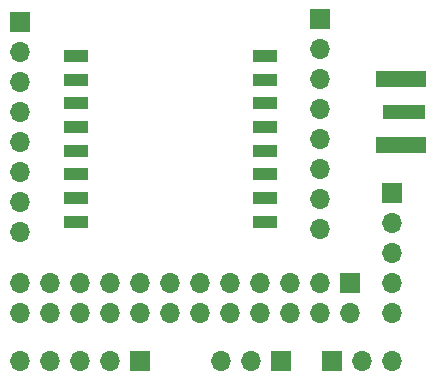
<source format=gts>
G04 #@! TF.GenerationSoftware,KiCad,Pcbnew,8.0.8*
G04 #@! TF.CreationDate,2025-03-21T12:20:43+00:00*
G04 #@! TF.ProjectId,RFM95W-pcb01,52464d39-3557-42d7-9063-6230312e6b69,rev?*
G04 #@! TF.SameCoordinates,Original*
G04 #@! TF.FileFunction,Soldermask,Top*
G04 #@! TF.FilePolarity,Negative*
%FSLAX46Y46*%
G04 Gerber Fmt 4.6, Leading zero omitted, Abs format (unit mm)*
G04 Created by KiCad (PCBNEW 8.0.8) date 2025-03-21 12:20:43*
%MOMM*%
%LPD*%
G01*
G04 APERTURE LIST*
%ADD10O,1.700000X1.700000*%
%ADD11R,1.700000X1.700000*%
%ADD12R,3.600000X1.270000*%
%ADD13R,4.200000X1.350000*%
%ADD14R,2.000000X1.000000*%
G04 APERTURE END LIST*
D10*
X141224000Y-52832000D03*
X141224000Y-50292000D03*
X143764000Y-52832000D03*
X143764000Y-50292000D03*
X146304000Y-52832000D03*
X146304000Y-50292000D03*
X148844000Y-52832000D03*
X148844000Y-50292000D03*
X151384000Y-52832000D03*
X151384000Y-50292000D03*
X153924000Y-52832000D03*
X153924000Y-50292000D03*
X156464000Y-52832000D03*
X156464000Y-50292000D03*
X159004000Y-52832000D03*
X159004000Y-50292000D03*
X161544000Y-52832000D03*
X161544000Y-50292000D03*
X164084000Y-52832000D03*
X164084000Y-50292000D03*
X166624000Y-52832000D03*
X166624000Y-50292000D03*
X169164000Y-52832000D03*
D11*
X169164000Y-50292000D03*
D10*
X172720000Y-52832000D03*
X172720000Y-50292000D03*
X172720000Y-47752000D03*
X172720000Y-45212000D03*
D11*
X172720000Y-42672000D03*
D10*
X141224000Y-56896000D03*
X143764000Y-56896000D03*
X146304000Y-56896000D03*
X148844000Y-56896000D03*
D11*
X151384000Y-56896000D03*
D10*
X172720000Y-56896000D03*
X170180000Y-56896000D03*
D11*
X167640000Y-56896000D03*
D10*
X158242000Y-56896000D03*
X160782000Y-56896000D03*
D11*
X163322000Y-56896000D03*
D10*
X141224000Y-45974000D03*
X141224000Y-43434000D03*
X141224000Y-40894000D03*
X141224000Y-38354000D03*
X141224000Y-35814000D03*
X141224000Y-33274000D03*
X141224000Y-30734000D03*
D11*
X141224000Y-28194000D03*
D10*
X166624000Y-45720000D03*
X166624000Y-43180000D03*
X166624000Y-40640000D03*
X166624000Y-38100000D03*
X166624000Y-35560000D03*
X166624000Y-33020000D03*
X166624000Y-30480000D03*
D11*
X166624000Y-27940000D03*
D12*
X173682000Y-35814000D03*
D13*
X173482000Y-32989000D03*
X173482000Y-38639000D03*
D14*
X145924000Y-31100000D03*
X145924000Y-33100000D03*
X145924000Y-35100000D03*
X145924000Y-37100000D03*
X145924000Y-39100000D03*
X145924000Y-41100000D03*
X145924000Y-43100000D03*
X145924000Y-45100000D03*
X161924000Y-45100000D03*
X161924000Y-43100000D03*
X161924000Y-41100000D03*
X161924000Y-39100000D03*
X161924000Y-37100000D03*
X161924000Y-35100000D03*
X161924000Y-33100000D03*
X161924000Y-31100000D03*
M02*

</source>
